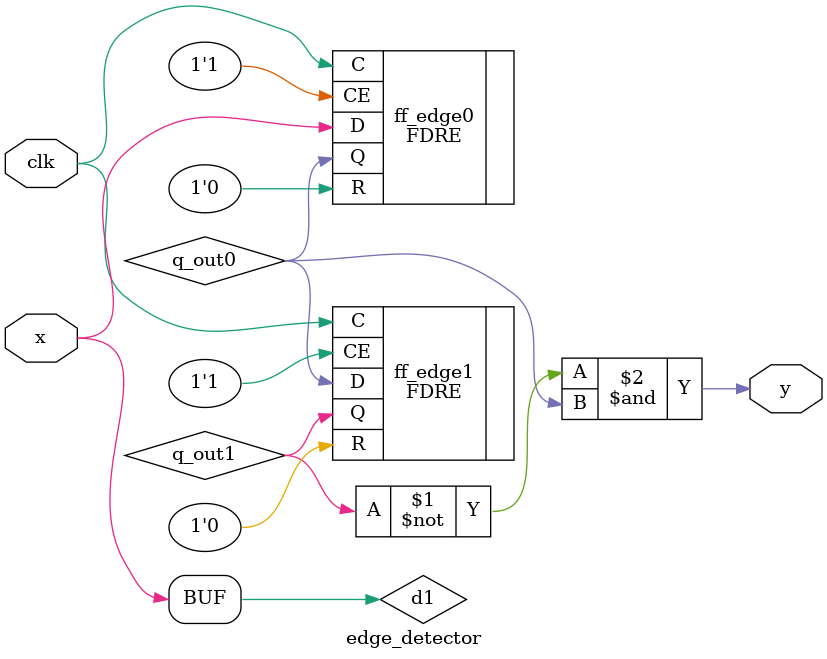
<source format=v>
`timescale 1ns / 1ps


module edge_detector(
    input clk,
    input x,
    
    output y
    );
    
    wire d1, q_out0, q_out1;
    
    assign d1 = x;
    FDRE #(.INIT(1'b0) ) ff_edge0 (.C(clk), .R(1'b0), .CE(1'b1), .D(d1), .Q(q_out0));
    
    //assign d2 = d1;
    FDRE #(.INIT(1'b0) ) ff_edge1 (.C(clk), .R(1'b0), .CE(1'b1), .D(q_out0), .Q(q_out1));
    
    assign y = ~q_out1 & q_out0;

endmodule

</source>
